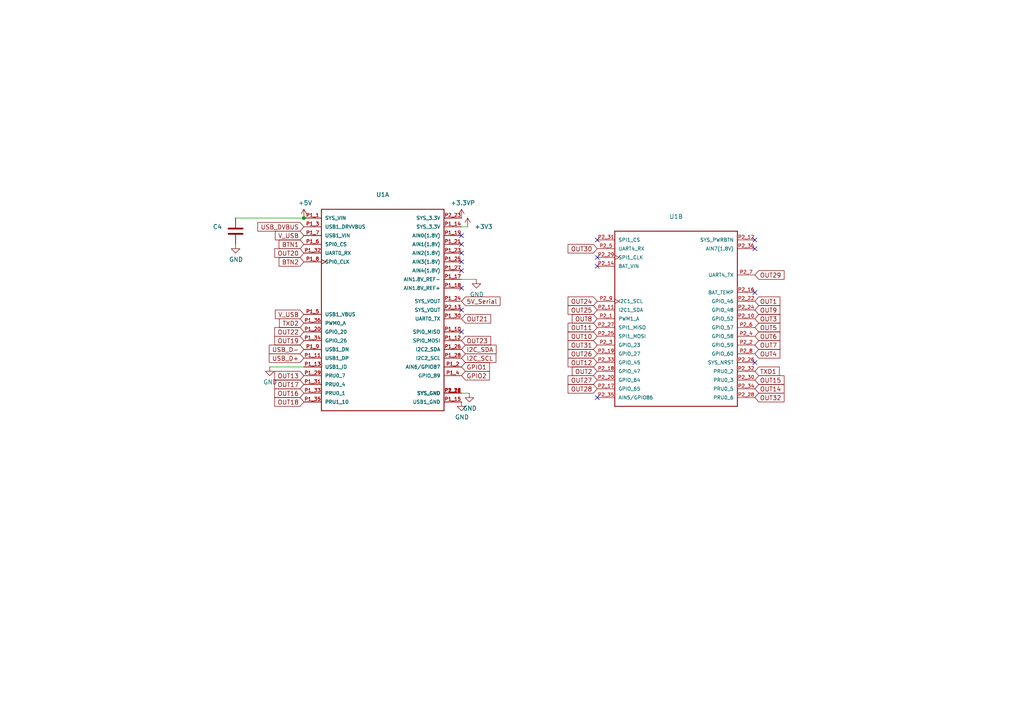
<source format=kicad_sch>
(kicad_sch (version 20211123) (generator eeschema)
  (paper "A4")
  (title_block (title "PB 16 Flex") (date "2020-10-04") (rev "v1.1") (company "Scott Hanson"))
  (lib_symbols
    (symbol "Device:C" (pin_numbers hide) (pin_names (offset 0.254))
      (property "Reference" "C" (at 0.635 2.54 0))
      (property "Value" "C" (at 0.635 -2.54 0))
      (symbol "C_0_1"
        (polyline (pts (xy -2.032 -0.762) (xy 2.032 -0.762)) (stroke (width 0.508)))
        (polyline (pts (xy -2.032 0.762) (xy 2.032 0.762)) (stroke (width 0.508)))
      )
      (symbol "C_1_1"
        (pin passive line (at 0 3.81 270) (length 2.794) (name "~") (number "1"))
        (pin passive line (at 0 -3.81 90) (length 2.794) (name "~") (number "2"))
      )
    )
    (symbol "PB_16-rescue:+3.3V-power" (power) (pin_names (offset 0))
      (property "Value" "+3.3V-power" (at 0 3.556 0))
      (symbol "+3.3V-power_0_1"
        (polyline (pts (xy -0.762 1.27) (xy 0 2.54)))
        (polyline (pts (xy 0 0) (xy 0 2.54)))
        (polyline (pts (xy 0 2.54) (xy 0.762 1.27)))
      )
      (symbol "+3.3V-power_1_1"
        (pin power_in line (at 0 0 90) (length 0) hide (name "+3V3") (number "1"))
      )
    )
    (symbol "PB_16-rescue:POCKETBEAGLE-SC-569-POCKETBEAGLE" (pin_names (offset 1.016))
      (property "Reference" "U" (at -17.78 28.4734 0))
      (property "Value" "POCKETBEAGLE-SC-569-POCKETBEAGLE" (at -17.8054 -33.0454 0))
      (symbol "POCKETBEAGLE-SC-569-POCKETBEAGLE_1_0"
        (polyline (pts (xy -17.78 -30.48) (xy 17.78 -30.48)) (stroke (width 0.254)))
        (polyline (pts (xy -17.78 27.94) (xy -17.78 -30.48)) (stroke (width 0.254)))
        (polyline (pts (xy 17.78 -30.48) (xy 17.78 27.94)) (stroke (width 0.254)))
        (polyline (pts (xy 17.78 27.94) (xy -17.78 27.94)) (stroke (width 0.254)))
        (pin input line (at -22.86 25.4 0) (length 5.08) (name "SYS_VIN") (number "P1_1"))
        (pin bidirectional line (at 22.86 -7.62 180) (length 5.08) (name "SPI0_MISO") (number "P1_10"))
        (pin bidirectional line (at -22.86 -15.24 0) (length 5.08) (name "USB1_DP") (number "P1_11"))
        (pin bidirectional line (at 22.86 -10.16 180) (length 5.08) (name "SPI0_MOSI") (number "P1_12"))
        (pin bidirectional line (at -22.86 -17.78 0) (length 5.08) (name "USB1_ID") (number "P1_13"))
        (pin power_in line (at 22.86 22.86 180) (length 5.08) (name "SYS_3.3V") (number "P1_14"))
        (pin power_in line (at 22.86 -27.94 180) (length 5.08) (name "USB1_GND") (number "P1_15"))
        (pin power_in line (at 22.86 -25.4 180) (length 5.08) (name "SYS_GND") (number "P1_16"))
        (pin power_in line (at 22.86 7.62 180) (length 5.08) (name "AIN1.8V_REF-") (number "P1_17"))
        (pin power_in line (at 22.86 5.08 180) (length 5.08) (name "AIN1.8V_REF+") (number "P1_18"))
        (pin power_in line (at 22.86 20.32 180) (length 5.08) (name "AIN0(1.8V)") (number "P1_19"))
        (pin bidirectional line (at 22.86 -17.78 180) (length 5.08) (name "AIN6/GPIO87") (number "P1_2"))
        (pin bidirectional line (at -22.86 -7.62 0) (length 5.08) (name "GPIO_20") (number "P1_20"))
        (pin power_in line (at 22.86 17.78 180) (length 5.08) (name "AIN1(1.8V)") (number "P1_21"))
        (pin power_in line (at 22.86 -25.4 180) (length 5.08) (name "SYS_GND") (number "P1_22"))
        (pin power_in line (at 22.86 15.24 180) (length 5.08) (name "AIN2(1.8V)") (number "P1_23"))
        (pin output line (at 22.86 1.27 180) (length 5.08) (name "SYS_VOUT") (number "P1_24"))
        (pin power_in line (at 22.86 12.7 180) (length 5.08) (name "AIN3(1.8V)") (number "P1_25"))
        (pin bidirectional line (at 22.86 -12.7 180) (length 5.08) (name "I2C2_SDA") (number "P1_26"))
        (pin power_in line (at 22.86 10.16 180) (length 5.08) (name "AIN4(1.8V)") (number "P1_27"))
        (pin bidirectional line (at 22.86 -15.24 180) (length 5.08) (name "I2C2_SCL") (number "P1_28"))
        (pin bidirectional line (at -22.86 -20.32 0) (length 5.08) (name "PRU0_7") (number "P1_29"))
        (pin input line (at -22.86 22.86 0) (length 5.08) (name "USB1_DRVVBUS") (number "P1_3"))
        (pin output line (at 22.86 -3.81 180) (length 5.08) (name "UART0_TX") (number "P1_30"))
        (pin bidirectional line (at -22.86 -22.86 0) (length 5.08) (name "PRU0_4") (number "P1_31"))
        (pin input line (at -22.86 15.24 0) (length 5.08) (name "UART0_RX") (number "P1_32"))
        (pin bidirectional line (at -22.86 -25.4 0) (length 5.08) (name "PRU0_1") (number "P1_33"))
        (pin bidirectional line (at -22.86 -10.16 0) (length 5.08) (name "GPIO_26") (number "P1_34"))
        (pin bidirectional line (at -22.86 -27.94 0) (length 5.08) (name "PRU1_10") (number "P1_35"))
        (pin bidirectional line (at -22.86 -5.08 0) (length 5.08) (name "PWM0_A") (number "P1_36"))
        (pin bidirectional line (at 22.86 -20.32 180) (length 5.08) (name "GPIO_89") (number "P1_4"))
        (pin bidirectional line (at -22.86 -2.54 0) (length 5.08) (name "USB1_VBUS") (number "P1_5"))
        (pin input line (at -22.86 17.78 0) (length 5.08) (name "SPI0_CS") (number "P1_6"))
        (pin input line (at -22.86 20.32 0) (length 5.08) (name "USB1_VIN") (number "P1_7"))
        (pin input clock (at -22.86 12.7 0) (length 5.08) (name "SPI0_CLK") (number "P1_8"))
        (pin bidirectional line (at -22.86 -12.7 0) (length 5.08) (name "USB1_DN") (number "P1_9"))
        (pin output line (at 22.86 -1.27 180) (length 5.08) (name "SYS_VOUT") (number "P2_13"))
        (pin power_in line (at 22.86 -25.4 180) (length 5.08) (name "SYS_GND") (number "P2_15"))
        (pin power_in line (at 22.86 -25.4 180) (length 5.08) (name "SYS_GND") (number "P2_21"))
        (pin power_in line (at 22.86 25.4 180) (length 5.08) (name "SYS_3.3V") (number "P2_23"))
      )
      (symbol "POCKETBEAGLE-SC-569-POCKETBEAGLE_2_0"
        (polyline (pts (xy -17.78 -25.4) (xy 17.78 -25.4)) (stroke (width 0.254)))
        (polyline (pts (xy -17.78 25.4) (xy -17.78 -25.4)) (stroke (width 0.254)))
        (polyline (pts (xy 17.78 -25.4) (xy 17.78 25.4)) (stroke (width 0.254)))
        (polyline (pts (xy 17.78 25.4) (xy -17.78 25.4)) (stroke (width 0.254)))
        (pin bidirectional line (at -22.86 0 0) (length 5.08) (name "PWM1_A") (number "P2_1"))
        (pin bidirectional line (at 22.86 0 180) (length 5.08) (name "GPIO_52") (number "P2_10"))
        (pin bidirectional line (at -22.86 2.54 0) (length 5.08) (name "I2C1_SDA") (number "P2_11"))
        (pin power_in line (at 22.86 22.86 180) (length 5.08) (name "SYS_PWRBTN") (number "P2_12"))
        (pin input line (at -22.86 15.24 0) (length 5.08) (name "BAT_VIN") (number "P2_14"))
        (pin bidirectional line (at 22.86 7.62 180) (length 5.08) (name "BAT_TEMP") (number "P2_16"))
        (pin bidirectional line (at -22.86 -20.32 0) (length 5.08) (name "GPIO_65") (number "P2_17"))
        (pin bidirectional line (at -22.86 -15.24 0) (length 5.08) (name "GPIO_47") (number "P2_18"))
        (pin bidirectional line (at -22.86 -10.16 0) (length 5.08) (name "GPIO_27") (number "P2_19"))
        (pin bidirectional line (at 22.86 -7.62 180) (length 5.08) (name "GPIO_59") (number "P2_2"))
        (pin bidirectional line (at -22.86 -17.78 0) (length 5.08) (name "GPIO_64") (number "P2_20"))
        (pin bidirectional line (at 22.86 5.08 180) (length 5.08) (name "GPIO_46") (number "P2_22"))
        (pin bidirectional line (at 22.86 2.54 180) (length 5.08) (name "GPIO_48") (number "P2_24"))
        (pin bidirectional line (at -22.86 -5.08 0) (length 5.08) (name "SPI1_MOSI") (number "P2_25"))
        (pin bidirectional line (at 22.86 -12.7 180) (length 5.08) (name "SYS_NRST") (number "P2_26"))
        (pin bidirectional line (at -22.86 -2.54 0) (length 5.08) (name "SPI1_MISO") (number "P2_27"))
        (pin bidirectional line (at 22.86 -22.86 180) (length 5.08) (name "PRU0_6") (number "P2_28"))
        (pin input clock (at -22.86 17.78 0) (length 5.08) (name "SPI1_CLK") (number "P2_29"))
        (pin bidirectional line (at -22.86 -7.62 0) (length 5.08) (name "GPIO_23") (number "P2_3"))
        (pin bidirectional line (at 22.86 -17.78 180) (length 5.08) (name "PRU0_3") (number "P2_30"))
        (pin input line (at -22.86 22.86 0) (length 5.08) (name "SPI1_CS") (number "P2_31"))
        (pin bidirectional line (at 22.86 -15.24 180) (length 5.08) (name "PRU0_2") (number "P2_32"))
        (pin bidirectional line (at -22.86 -12.7 0) (length 5.08) (name "GPIO_45") (number "P2_33"))
        (pin bidirectional line (at 22.86 -20.32 180) (length 5.08) (name "PRU0_5") (number "P2_34"))
        (pin bidirectional line (at -22.86 -22.86 0) (length 5.08) (name "AIN5/GPIO86") (number "P2_35"))
        (pin power_in line (at 22.86 20.32 180) (length 5.08) (name "AIN7(1.8V)") (number "P2_36"))
        (pin bidirectional line (at 22.86 -5.08 180) (length 5.08) (name "GPIO_58") (number "P2_4"))
        (pin input line (at -22.86 20.32 0) (length 5.08) (name "UART4_RX") (number "P2_5"))
        (pin bidirectional line (at 22.86 -2.54 180) (length 5.08) (name "GPIO_57") (number "P2_6"))
        (pin output line (at 22.86 12.7 180) (length 5.08) (name "UART4_TX") (number "P2_7"))
        (pin bidirectional line (at 22.86 -10.16 180) (length 5.08) (name "GPIO_60") (number "P2_8"))
        (pin bidirectional clock (at -22.86 5.08 0) (length 5.08) (name "I2C1_SCL") (number "P2_9"))
      )
    )
    (symbol "power:+3.3VP" (power) (pin_names (offset 0))
      (property "Value" "+3.3VP" (at 0 2.54 0))
      (symbol "+3.3VP_0_0"
        (pin power_in line (at 0 0 90) (length 0) hide (name "+3.3VP") (number "1"))
      )
      (symbol "+3.3VP_0_1"
        (polyline (pts (xy -0.762 1.27) (xy 0 2.54)))
        (polyline (pts (xy 0 0) (xy 0 2.54)))
        (polyline (pts (xy 0 2.54) (xy 0.762 1.27)))
      )
    )
    (symbol "power:+5V" (power) (pin_names (offset 0))
      (property "Value" "+5V" (at 0 3.556 0))
      (symbol "+5V_0_1"
        (polyline (pts (xy -0.762 1.27) (xy 0 2.54)))
        (polyline (pts (xy 0 0) (xy 0 2.54)))
        (polyline (pts (xy 0 2.54) (xy 0.762 1.27)))
      )
      (symbol "+5V_1_1"
        (pin power_in line (at 0 0 90) (length 0) hide (name "+5V") (number "1"))
      )
    )
    (symbol "power:GND" (power) (pin_names (offset 0))
      (property "Value" "GND" (at 0 -3.81 0))
      (symbol "GND_0_1"
        (polyline (pts (xy 0 0) (xy 0 -1.27) (xy 1.27 -1.27) (xy 0 -2.54) (xy -1.27 -1.27) (xy 0 -1.27)))
      )
      (symbol "GND_1_1"
        (pin power_in line (at 0 0 270) (length 0) hide (name "GND") (number "1"))
      )
    )
  )
  (junction (at 88.138 63.246))
  (no_connect (at 218.948 69.596))
  (no_connect (at 133.858 73.406))
  (no_connect (at 173.228 115.316))
  (no_connect (at 133.858 96.266))
  (no_connect (at 133.858 75.946))
  (no_connect (at 218.948 84.836))
  (no_connect (at 133.858 70.866))
  (no_connect (at 218.948 105.156))
  (no_connect (at 133.858 68.326))
  (no_connect (at 133.858 78.486))
  (no_connect (at 173.228 69.596))
  (no_connect (at 218.948 72.136))
  (no_connect (at 133.858 83.566))
  (no_connect (at 173.228 74.676))
  (no_connect (at 133.858 89.916))
  (no_connect (at 173.228 77.216))
  (wire (pts (xy 88.138 106.426) (xy 78.232 106.426)))
  (wire (pts (xy 135.636 65.786) (xy 133.858 65.786)))
  (wire (pts (xy 68.326 63.246) (xy 88.138 63.246)))
  (wire (pts (xy 133.858 81.026) (xy 138.176 81.026)))
  (wire (pts (xy 133.858 114.046) (xy 136.144 114.046)))
  (global_label "OUT9" (shape input) (at 218.948 89.916 0) (property "Intersheet References" "${INTERSHEET_REFS}" (effects hide)))
  (global_label "OUT2" (shape input) (at 173.228 107.696 180) (property "Intersheet References" "${INTERSHEET_REFS}" (effects hide)))
  (global_label "TXD1" (shape input) (at 218.948 107.696 0) (property "Intersheet References" "${INTERSHEET_REFS}" (effects hide)))
  (global_label "V_USB" (shape input) (at 88.138 68.326 180) (property "Intersheet References" "${INTERSHEET_REFS}" (effects hide)))
  (global_label "OUT6" (shape input) (at 218.948 97.536 0) (property "Intersheet References" "${INTERSHEET_REFS}" (effects hide)))
  (global_label "USB_D-" (shape input) (at 88.138 101.346 180) (property "Intersheet References" "${INTERSHEET_REFS}" (effects hide)))
  (global_label "OUT22" (shape input) (at 88.138 96.266 180) (property "Intersheet References" "${INTERSHEET_REFS}" (effects hide)))
  (global_label "OUT16" (shape input) (at 88.138 114.046 180) (property "Intersheet References" "${INTERSHEET_REFS}" (effects hide)))
  (global_label "OUT1" (shape input) (at 218.948 87.376 0) (property "Intersheet References" "${INTERSHEET_REFS}" (effects hide)))
  (global_label "OUT30" (shape input) (at 173.228 72.136 180) (property "Intersheet References" "${INTERSHEET_REFS}" (effects hide)))
  (global_label "USB_DVBUS" (shape input) (at 88.138 65.786 180) (property "Intersheet References" "${INTERSHEET_REFS}" (effects hide)))
  (global_label "OUT5" (shape input) (at 218.948 94.996 0) (property "Intersheet References" "${INTERSHEET_REFS}" (effects hide)))
  (global_label "OUT4" (shape input) (at 218.948 102.616 0) (property "Intersheet References" "${INTERSHEET_REFS}" (effects hide)))
  (global_label "OUT19" (shape input) (at 88.138 98.806 180) (property "Intersheet References" "${INTERSHEET_REFS}" (effects hide)))
  (global_label "OUT7" (shape input) (at 218.948 100.076 0) (property "Intersheet References" "${INTERSHEET_REFS}" (effects hide)))
  (global_label "OUT11" (shape input) (at 173.228 94.996 180) (property "Intersheet References" "${INTERSHEET_REFS}" (effects hide)))
  (global_label "OUT23" (shape input) (at 133.858 98.806 0) (property "Intersheet References" "${INTERSHEET_REFS}" (effects hide)))
  (global_label "OUT24" (shape input) (at 173.228 87.376 180) (property "Intersheet References" "${INTERSHEET_REFS}" (effects hide)))
  (global_label "OUT20" (shape input) (at 88.138 73.406 180) (property "Intersheet References" "${INTERSHEET_REFS}" (effects hide)))
  (global_label "OUT26" (shape input) (at 173.228 102.616 180) (property "Intersheet References" "${INTERSHEET_REFS}" (effects hide)))
  (global_label "OUT14" (shape input) (at 218.948 112.776 0) (property "Intersheet References" "${INTERSHEET_REFS}" (effects hide)))
  (global_label "GPIO2" (shape input) (at 133.858 108.966 0) (property "Intersheet References" "${INTERSHEET_REFS}" (effects hide)))
  (global_label "5V_Serial" (shape input) (at 133.858 87.376 0) (property "Intersheet References" "${INTERSHEET_REFS}" (effects hide)))
  (global_label "I2C_SDA" (shape input) (at 133.858 101.346 0) (property "Intersheet References" "${INTERSHEET_REFS}" (effects hide)))
  (global_label "OUT21" (shape input) (at 133.858 92.456 0) (property "Intersheet References" "${INTERSHEET_REFS}" (effects hide)))
  (global_label "OUT12" (shape input) (at 173.228 105.156 180) (property "Intersheet References" "${INTERSHEET_REFS}" (effects hide)))
  (global_label "OUT32" (shape input) (at 218.948 115.316 0) (property "Intersheet References" "${INTERSHEET_REFS}" (effects hide)))
  (global_label "OUT28" (shape input) (at 173.228 112.776 180) (property "Intersheet References" "${INTERSHEET_REFS}" (effects hide)))
  (global_label "OUT25" (shape input) (at 173.228 89.916 180) (property "Intersheet References" "${INTERSHEET_REFS}" (effects hide)))
  (global_label "OUT15" (shape input) (at 218.948 110.236 0) (property "Intersheet References" "${INTERSHEET_REFS}" (effects hide)))
  (global_label "BTN2" (shape input) (at 88.138 75.946 180) (property "Intersheet References" "${INTERSHEET_REFS}" (effects hide)))
  (global_label "BTN1" (shape input) (at 88.138 70.866 180) (property "Intersheet References" "${INTERSHEET_REFS}" (effects hide)))
  (global_label "OUT18" (shape input) (at 88.138 116.586 180) (property "Intersheet References" "${INTERSHEET_REFS}" (effects hide)))
  (global_label "OUT13" (shape input) (at 88.138 108.966 180) (property "Intersheet References" "${INTERSHEET_REFS}" (effects hide)))
  (global_label "USB_D+" (shape input) (at 88.138 103.886 180) (property "Intersheet References" "${INTERSHEET_REFS}" (effects hide)))
  (global_label "OUT17" (shape input) (at 88.138 111.506 180) (property "Intersheet References" "${INTERSHEET_REFS}" (effects hide)))
  (global_label "OUT29" (shape input) (at 218.948 79.756 0) (property "Intersheet References" "${INTERSHEET_REFS}" (effects hide)))
  (global_label "OUT10" (shape input) (at 173.228 97.536 180) (property "Intersheet References" "${INTERSHEET_REFS}" (effects hide)))
  (global_label "I2C_SCL" (shape input) (at 133.858 103.886 0) (property "Intersheet References" "${INTERSHEET_REFS}" (effects hide)))
  (global_label "TXD2" (shape input) (at 88.138 93.726 180) (property "Intersheet References" "${INTERSHEET_REFS}" (effects hide)))
  (global_label "OUT3" (shape input) (at 218.948 92.456 0) (property "Intersheet References" "${INTERSHEET_REFS}" (effects hide)))
  (global_label "V_USB" (shape input) (at 88.138 91.186 180) (property "Intersheet References" "${INTERSHEET_REFS}" (effects hide)))
  (global_label "GPIO1" (shape input) (at 133.858 106.426 0) (property "Intersheet References" "${INTERSHEET_REFS}" (effects hide)))
  (global_label "OUT31" (shape input) (at 173.228 100.076 180) (property "Intersheet References" "${INTERSHEET_REFS}" (effects hide)))
  (global_label "OUT8" (shape input) (at 173.228 92.456 180) (property "Intersheet References" "${INTERSHEET_REFS}" (effects hide)))
  (global_label "OUT27" (shape input) (at 173.228 110.236 180) (property "Intersheet References" "${INTERSHEET_REFS}" (effects hide)))
  (symbol (lib_id "PB_16-rescue:POCKETBEAGLE-SC-569-POCKETBEAGLE") (at 110.998 88.646 0) (unit 1)
    (property "Reference" "U1" (at 110.998 56.4642 0))
    (property "Field4" "https://www.digikey.com/product-detail/en/ghi-electronics-llc/POCKETBEAGLE-SC-569/POCKETBEAGLE-SC-569-ND/7603326?utm_source=snapeda&utm_medium=aggregator&utm_campaign=symbol" (effects hide))
    (property "Field5" "POCKETBEAGLE-SC-569" (effects hide))
    (property "Field6" "None" (effects hide))
    (property "Field7" "POCKETBEAGLE-SC-569-ND" (effects hide))
    (property "Field8" "GHI Electronics," (effects hide))
    (property "Digi-Key_PN" "POCKETBEAGLE-SC-569-ND" (effects hide))
    (property "MPN" "POCKETBEAGLE-SC-569" (effects hide))
  )
  (symbol (lib_id "PB_16-rescue:POCKETBEAGLE-SC-569-POCKETBEAGLE") (at 196.088 92.456 0) (unit 2)
    (property "Reference" "U1" (at 196.088 62.8142 0))
    (property "Field4" "https://www.digikey.com/product-detail/en/ghi-electronics-llc/POCKETBEAGLE-SC-569/POCKETBEAGLE-SC-569-ND/7603326?utm_source=snapeda&utm_medium=aggregator&utm_campaign=symbol" (effects hide))
    (property "Field5" "POCKETBEAGLE-SC-569" (effects hide))
    (property "Field6" "None" (effects hide))
    (property "Field7" "POCKETBEAGLE-SC-569-ND" (effects hide))
    (property "Field8" "GHI Electronics," (effects hide))
    (property "Digi-Key_PN" "POCKETBEAGLE-SC-569-ND" (effects hide))
    (property "MPN" "POCKETBEAGLE-SC-569" (effects hide))
  )
  (symbol (lib_id "power:GND") (at 138.176 81.026 0) (unit 1)
    (property "Reference" "#PWR038" (effects hide))
  )
  (symbol (lib_id "Device:C") (at 68.326 67.056 0) (unit 1)
    (property "Reference" "C4" (at 61.722 65.786 0) (effects (justify left)))
    (property "Digi-Key_PN" "1276-1007-1-ND" (effects hide))
    (property "MPN" "CL21F104ZBCNNNC" (effects hide))
    (property "LCSC" "C49678" (effects hide))
  )
  (symbol (lib_id "power:GND") (at 68.326 70.866 0) (unit 1)
    (property "Reference" "#PWR032" (effects hide))
  )
  (symbol (lib_id "power:+5V") (at 88.138 63.246 0) (unit 1)
    (property "Reference" "#PWR034" (effects hide))
  )
  (symbol (lib_id "power:GND") (at 133.858 116.586 0) (unit 1)
    (property "Reference" "#PWR035" (effects hide))
  )
  (symbol (lib_id "power:GND") (at 78.232 106.426 0) (unit 1)
    (property "Reference" "#PWR033" (effects hide))
  )
  (symbol (lib_id "power:GND") (at 136.144 114.046 0) (unit 1)
    (property "Reference" "#PWR037" (effects hide))
  )
  (symbol (lib_id "PB_16-rescue:+3.3V-power") (at 135.636 65.786 0) (unit 1)
    (property "Reference" "#PWR036" (effects hide))
  )
  (symbol (lib_id "power:+3.3VP") (at 133.858 63.246 0) (unit 1)
    (property "Reference" "#PWR0109" (effects hide))
  )
)
</source>
